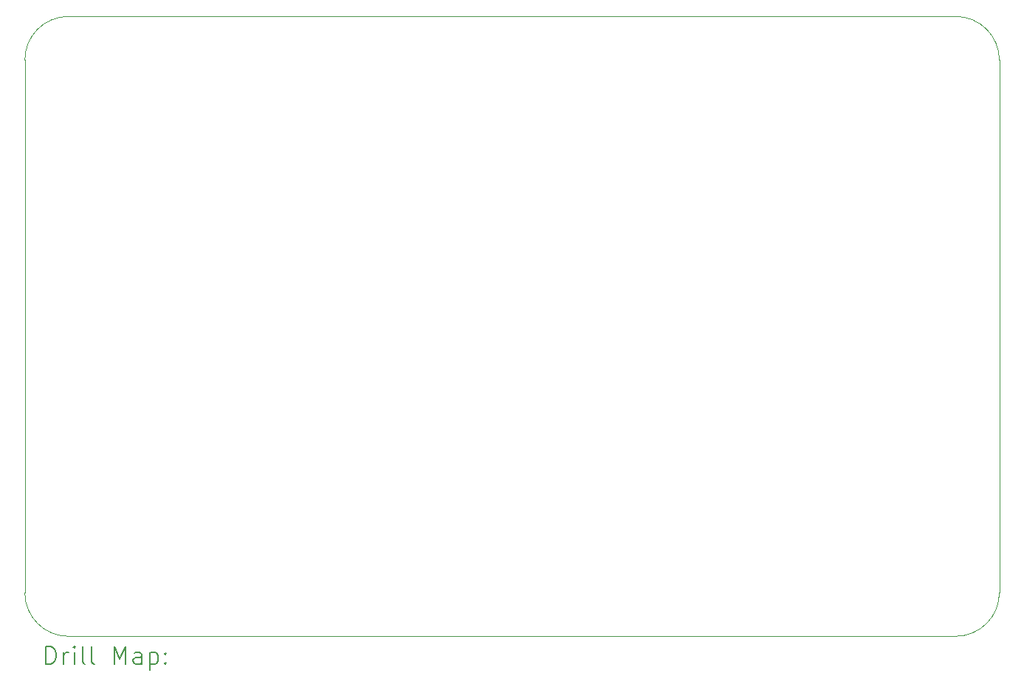
<source format=gbr>
%TF.GenerationSoftware,KiCad,Pcbnew,7.0.1*%
%TF.CreationDate,2023-04-19T15:01:01-05:00*%
%TF.ProjectId,binary_clock,62696e61-7279-45f6-936c-6f636b2e6b69,rev?*%
%TF.SameCoordinates,Original*%
%TF.FileFunction,Drillmap*%
%TF.FilePolarity,Positive*%
%FSLAX45Y45*%
G04 Gerber Fmt 4.5, Leading zero omitted, Abs format (unit mm)*
G04 Created by KiCad (PCBNEW 7.0.1) date 2023-04-19 15:01:01*
%MOMM*%
%LPD*%
G01*
G04 APERTURE LIST*
%ADD10C,0.100000*%
%ADD11C,0.200000*%
G04 APERTURE END LIST*
D10*
X19058000Y-13716000D02*
G75*
G03*
X19558000Y-13216000I0J500000D01*
G01*
X19558000Y-7104000D02*
X19558000Y-13216000D01*
X8882000Y-6604000D02*
X19058000Y-6604000D01*
X8382000Y-13216000D02*
X8382000Y-7104000D01*
X8382000Y-13216000D02*
G75*
G03*
X8882000Y-13716000I500000J0D01*
G01*
X19058000Y-13716000D02*
X8882000Y-13716000D01*
X8882000Y-6604000D02*
G75*
G03*
X8382000Y-7104000I0J-500000D01*
G01*
X19558000Y-7104000D02*
G75*
G03*
X19058000Y-6604000I-500000J0D01*
G01*
D11*
X8624619Y-14033524D02*
X8624619Y-13833524D01*
X8624619Y-13833524D02*
X8672238Y-13833524D01*
X8672238Y-13833524D02*
X8700810Y-13843048D01*
X8700810Y-13843048D02*
X8719857Y-13862095D01*
X8719857Y-13862095D02*
X8729381Y-13881143D01*
X8729381Y-13881143D02*
X8738905Y-13919238D01*
X8738905Y-13919238D02*
X8738905Y-13947809D01*
X8738905Y-13947809D02*
X8729381Y-13985905D01*
X8729381Y-13985905D02*
X8719857Y-14004952D01*
X8719857Y-14004952D02*
X8700810Y-14024000D01*
X8700810Y-14024000D02*
X8672238Y-14033524D01*
X8672238Y-14033524D02*
X8624619Y-14033524D01*
X8824619Y-14033524D02*
X8824619Y-13900190D01*
X8824619Y-13938286D02*
X8834143Y-13919238D01*
X8834143Y-13919238D02*
X8843667Y-13909714D01*
X8843667Y-13909714D02*
X8862714Y-13900190D01*
X8862714Y-13900190D02*
X8881762Y-13900190D01*
X8948429Y-14033524D02*
X8948429Y-13900190D01*
X8948429Y-13833524D02*
X8938905Y-13843048D01*
X8938905Y-13843048D02*
X8948429Y-13852571D01*
X8948429Y-13852571D02*
X8957952Y-13843048D01*
X8957952Y-13843048D02*
X8948429Y-13833524D01*
X8948429Y-13833524D02*
X8948429Y-13852571D01*
X9072238Y-14033524D02*
X9053190Y-14024000D01*
X9053190Y-14024000D02*
X9043667Y-14004952D01*
X9043667Y-14004952D02*
X9043667Y-13833524D01*
X9177000Y-14033524D02*
X9157952Y-14024000D01*
X9157952Y-14024000D02*
X9148429Y-14004952D01*
X9148429Y-14004952D02*
X9148429Y-13833524D01*
X9405571Y-14033524D02*
X9405571Y-13833524D01*
X9405571Y-13833524D02*
X9472238Y-13976381D01*
X9472238Y-13976381D02*
X9538905Y-13833524D01*
X9538905Y-13833524D02*
X9538905Y-14033524D01*
X9719857Y-14033524D02*
X9719857Y-13928762D01*
X9719857Y-13928762D02*
X9710333Y-13909714D01*
X9710333Y-13909714D02*
X9691286Y-13900190D01*
X9691286Y-13900190D02*
X9653190Y-13900190D01*
X9653190Y-13900190D02*
X9634143Y-13909714D01*
X9719857Y-14024000D02*
X9700810Y-14033524D01*
X9700810Y-14033524D02*
X9653190Y-14033524D01*
X9653190Y-14033524D02*
X9634143Y-14024000D01*
X9634143Y-14024000D02*
X9624619Y-14004952D01*
X9624619Y-14004952D02*
X9624619Y-13985905D01*
X9624619Y-13985905D02*
X9634143Y-13966857D01*
X9634143Y-13966857D02*
X9653190Y-13957333D01*
X9653190Y-13957333D02*
X9700810Y-13957333D01*
X9700810Y-13957333D02*
X9719857Y-13947809D01*
X9815095Y-13900190D02*
X9815095Y-14100190D01*
X9815095Y-13909714D02*
X9834143Y-13900190D01*
X9834143Y-13900190D02*
X9872238Y-13900190D01*
X9872238Y-13900190D02*
X9891286Y-13909714D01*
X9891286Y-13909714D02*
X9900810Y-13919238D01*
X9900810Y-13919238D02*
X9910333Y-13938286D01*
X9910333Y-13938286D02*
X9910333Y-13995428D01*
X9910333Y-13995428D02*
X9900810Y-14014476D01*
X9900810Y-14014476D02*
X9891286Y-14024000D01*
X9891286Y-14024000D02*
X9872238Y-14033524D01*
X9872238Y-14033524D02*
X9834143Y-14033524D01*
X9834143Y-14033524D02*
X9815095Y-14024000D01*
X9996048Y-14014476D02*
X10005571Y-14024000D01*
X10005571Y-14024000D02*
X9996048Y-14033524D01*
X9996048Y-14033524D02*
X9986524Y-14024000D01*
X9986524Y-14024000D02*
X9996048Y-14014476D01*
X9996048Y-14014476D02*
X9996048Y-14033524D01*
X9996048Y-13909714D02*
X10005571Y-13919238D01*
X10005571Y-13919238D02*
X9996048Y-13928762D01*
X9996048Y-13928762D02*
X9986524Y-13919238D01*
X9986524Y-13919238D02*
X9996048Y-13909714D01*
X9996048Y-13909714D02*
X9996048Y-13928762D01*
M02*

</source>
